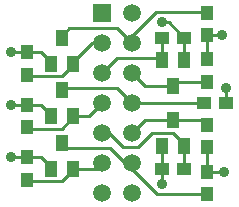
<source format=gtl>
G04*
G04 #@! TF.GenerationSoftware,Altium Limited,Altium Designer,18.1.9 (240)*
G04*
G04 Layer_Physical_Order=1*
G04 Layer_Color=255*
%FSLAX25Y25*%
%MOIN*%
G70*
G01*
G75*
%ADD18R,0.03937X0.05512*%
%ADD19R,0.04724X0.04331*%
%ADD20R,0.04331X0.04724*%
%ADD21C,0.01000*%
%ADD22C,0.05906*%
%ADD23R,0.05906X0.05906*%
%ADD24C,0.03500*%
D18*
X189500Y255331D02*
D03*
X193240Y246669D02*
D03*
X185760D02*
D03*
X226500Y262831D02*
D03*
X230240Y254169D02*
D03*
X222760D02*
D03*
X189500Y272831D02*
D03*
X193240Y264169D02*
D03*
X185760D02*
D03*
X226500Y274169D02*
D03*
X222760Y282831D02*
D03*
X230240D02*
D03*
X189500Y290331D02*
D03*
X193240Y281669D02*
D03*
X185760D02*
D03*
D19*
X230240Y290331D02*
D03*
X222760D02*
D03*
X244240Y268500D02*
D03*
X236760D02*
D03*
X222760Y246669D02*
D03*
X230240D02*
D03*
D20*
X238000Y283169D02*
D03*
Y275689D02*
D03*
Y291189D02*
D03*
Y298669D02*
D03*
Y253760D02*
D03*
Y261240D02*
D03*
Y245669D02*
D03*
Y238189D02*
D03*
X178000Y285409D02*
D03*
Y277929D02*
D03*
Y267910D02*
D03*
Y260429D02*
D03*
Y250410D02*
D03*
Y242929D02*
D03*
D21*
X213000Y246500D02*
Y248500D01*
Y246500D02*
X221311Y238189D01*
X238000D01*
X222760Y246669D02*
X222760Y246669D01*
Y241500D02*
Y246669D01*
X226500Y262831D02*
X236409D01*
X238000Y261240D01*
X226500Y274169D02*
X228020Y275689D01*
X238000D01*
X213000Y268500D02*
X236760D01*
X179000Y242500D02*
X189500D01*
X193240Y246240D01*
X178000Y242929D02*
X178929Y242000D01*
X193240Y246240D02*
Y246669D01*
X178000Y260429D02*
X178429Y260000D01*
X189500D01*
X193240Y263740D01*
Y264169D01*
X178000Y277929D02*
X178429Y277500D01*
X189571D01*
X193240Y281169D01*
Y281669D01*
X230240Y254169D02*
Y254760D01*
X226500Y258500D02*
X230240Y254760D01*
X219500Y258500D02*
X226500D01*
X214760Y253760D02*
X219500Y258500D01*
X209910Y253760D02*
X214760D01*
X205169Y258500D02*
X209910Y253760D01*
X203000Y258500D02*
X205169D01*
X210500Y248500D02*
X213000D01*
X205500Y253500D02*
X210500Y248500D01*
X190500Y253500D02*
X205500D01*
X201169Y246669D02*
X203000Y248500D01*
X193240Y246669D02*
X201169D01*
X230240Y254169D02*
X230240Y254169D01*
Y246669D02*
Y254169D01*
X217331Y274169D02*
X226500D01*
X213000Y278500D02*
X217331Y274169D01*
Y262831D02*
X224900D01*
X213000Y258500D02*
X217331Y262831D01*
X198669Y264169D02*
X203000Y268500D01*
X193240Y264169D02*
X198669D01*
X222760Y290331D02*
X222760Y290331D01*
Y282831D02*
Y290331D01*
X222091Y283500D02*
X222760Y282831D01*
X208000Y283500D02*
X222091D01*
X203000Y278500D02*
X208000Y283500D01*
X191263Y273500D02*
X208000D01*
X213000Y268500D01*
X194594Y283594D02*
X199500Y288500D01*
X203000D01*
X221000Y299000D02*
X237500D01*
X213000Y288500D02*
Y291000D01*
X221000Y299000D01*
X190353Y291853D02*
X192000Y293500D01*
X208000D01*
X213000Y288500D01*
X244240Y268500D02*
Y273500D01*
X222760Y295500D02*
X225071D01*
X230240Y290331D01*
X238000Y283169D02*
Y291189D01*
Y245669D02*
Y253760D01*
Y245669D02*
X243500D01*
X238000Y291189D02*
X243000D01*
X230240Y282831D02*
Y290331D01*
X222760Y246669D02*
Y254169D01*
X172500Y285409D02*
X178000D01*
X172500Y250410D02*
X178000D01*
X177909Y268000D02*
X178000Y267910D01*
X172500Y268000D02*
X177909D01*
X230240Y282260D02*
Y282831D01*
X185760Y246669D02*
Y247240D01*
X182591Y250410D02*
X185760Y247240D01*
X178000Y250410D02*
X182591D01*
Y267910D02*
X184500Y266000D01*
X185760Y264169D02*
Y265240D01*
X178000Y267910D02*
X182591D01*
X185760Y281669D02*
Y282240D01*
X182591Y285409D02*
X185760Y282240D01*
X178000Y285409D02*
X182591D01*
D22*
X213000Y238500D02*
D03*
X203000D02*
D03*
X213000Y248500D02*
D03*
X203000D02*
D03*
X213000Y258500D02*
D03*
X203000D02*
D03*
X213000Y268500D02*
D03*
X203000D02*
D03*
X213000Y278500D02*
D03*
X203000D02*
D03*
X213000Y288500D02*
D03*
X203000D02*
D03*
X213000Y298500D02*
D03*
D23*
X203000D02*
D03*
D24*
X222760Y241500D02*
D03*
X244240Y273500D02*
D03*
X222760Y295500D02*
D03*
X243000Y291189D02*
D03*
X243500Y245669D02*
D03*
X172500Y285409D02*
D03*
Y268000D02*
D03*
Y250410D02*
D03*
M02*

</source>
